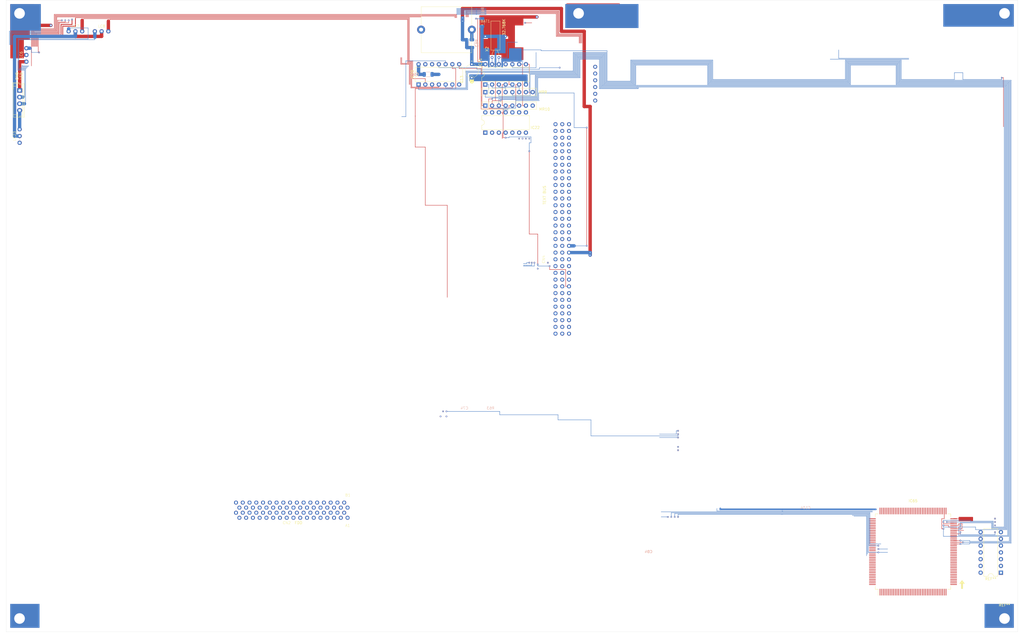
<source format=kicad_pcb>
(kicad_pcb (version 20221018) (generator pcbnew)
  (layers (0 "F.Cu" jumper) (31 "B.Cu" signal) (34 "B.Paste" user) (35 "F.Paste" user) (36 "B.SilkS" user "B.Silkscreen") (37 "F.SilkS" user "F.Silkscreen") (38 "B.Mask" user) (39 "F.Mask" user) (44 "Edge.Cuts" user))
  (net 0 "")
  (net 1 "Net-(IC21-C2)")
  (net 2 "Net-(IC21-C1)")
  (net 3 "Net-(IC21-C0)")
  (net 4 "Net-(IC21-STB)")
  (net 5 "MSWCS")
  (net 6 "Net-(IC21-DIN)")
  (net 7 "GND")
  (net 8 "Net-(IC21-CLK)")
  (net 9 "CDI")
  (net 10 "Net-(IC21-TP)")
  (net 11 "BACKUP")
  (net 12 "Net-(IC21-~{XTAL})")
  (net 13 "Net-(IC21-XTAL)")
  (net 14 "C2")
  (net 15 "C1")
  (net 16 "C0")
  (net 17 "CCLK")
  (net 18 "Net-(MR10-R4.1)")
  (net 19 "CSTB")
  (net 20 "CDO")
  (net 21 "+5V")
  (net 22 "Net-(BAT1-+)")
  (net 25 "Net-(CN5-Pin_1)")
  (net 26 "Net-(CN5-Pin_2)")
  (net 27 "Net-(CN5-Pin_3)")
  (net 28 "Net-(CN5-Pin_4)")
  (net 29 "Net-(IC65-_LEDVc)")
  (net 30 "Net-(IC20-Pad2)")
  (net 31 "Net-(IC65-_LEDVb)")
  (net 32 "Net-(IC20-Pad4)")
  (net 33 "Net-(IC65-_LEDVa)")
  (net 34 "Net-(IC20-Pad6)")
  (net 37 "FDD_STEP")
  (net 38 "Net-(IC65-_STP)")
  (net 80 "XARESET?")
  (net 81 "Net-(IC65-XARESET?)")
  (footprint "Package_DIP:DIP-14_W7.62mm" (layer "F.Cu") (at 386.35 231.765 180)
    (fp_text reference "REF**")
    (fp_text value "DIP-14_W7.62mm")
  )
  (footprint "88va_Library:DIP_Hole" (layer "F.Cu") (at 233.95 44.1225)
    (fp_text reference "REF**" hide)
    (fp_text value "DIP_Hole" hide)
  )
  (footprint "MountingHole:MountingHole_4mm" (layer "F.Cu") (at 227.7 21.5)
    (fp_text reference "REF**" hide)
    (fp_text value "MountingHole_4mm")
  )
  (footprint "Crystal:Crystal_AT310_D3.0mm_L10.0mm_Horizontal" (layer "F.Cu") (at 197.755 38.09 180)
    (fp_text reference "X2")
    (fp_text value "32.768K")
  )
  (footprint "88va_Library:GB50H" (layer "F.Cu") (at 187.595 27.6125)
    (fp_text reference "BAT1")
    (fp_text value "Battery_Cell")
  )
  (footprint "Package_DIP:DIP-14_W7.62mm" (layer "F.Cu") (at 167.5925 48.25 90)
    (fp_text reference "IC20")
    (fp_text value "7407")
  )
  (footprint "88va_Library:DIP_Hole" (layer "F.Cu") (at 233.95 46.6625)
    (fp_text reference "REF**" hide)
    (fp_text value "DIP_Hole" hide)
  )
  (footprint "Package_DIP:DIP-14_W7.62mm" (layer "F.Cu") (at 192.675 66.3475 90)
    (fp_text reference "IC22")
    (fp_text value "DIP-14_W7.62mm")
  )
  (footprint "88va_Library:DIP_Hole" (layer "F.Cu") (at 233.95 51.7425)
    (fp_text reference "REF**" hide)
    (fp_text value "DIP_Hole" hide)
  )
  (footprint "MountingHole:MountingHole_4mm" (layer "F.Cu") (at 17.7 21.51)
    (fp_text reference "REF**" hide)
    (fp_text value "MountingHole_4mm")
  )
  (footprint "Connector_JST:JST_EH_B4B-EH-A_1x04_P2.50mm_Vertical" (layer "F.Cu") (at 17.7325 50.4725 -90)
    (fp_text reference "CN5")
    (fp_text value "LED")
  )
  (footprint "88va_Library:Filter" (layer "F.Cu") (at 36.1475 28.2475)
    (fp_text reference "LC7")
    (fp_text value "Filter_EMI_LCL")
  )
  (footprint "88va_Library:QFP-160_28x28_Pitch0.635mm" (layer "F.Cu") (at 353.33 223.8275 90)
    (fp_text reference "IC65")
    (fp_text value "D65101GD110")
  )
  (footprint "88va_Library:CP_Radial_D4.0mm_P5.08mm" (layer "F.Cu") (at 187.595 40.609901 -90)
    (fp_text reference "C13")
    (fp_text value "C_Polarized_Small" hide)
  )
  (footprint "88va_Library:Filter" (layer "F.Cu") (at 20.2725 39.6775 90)
    (fp_text reference "LC6")
    (fp_text value "Filter_EMI_LCL")
  )
  (footprint "88va_Library:FCI_PI96B30RD-6TR2" (layer "F.Cu") (at 219.0275 63.1725)
    (fp_text reference "CN4")
    (fp_text value "TEXT BUS")
  )
  (footprint "88va_Library:DIP_Hole" (layer "F.Cu") (at 233.95 41.5825)
    (fp_text reference "REF**" hide)
    (fp_text value "DIP_Hole" hide)
  )
  (footprint "MountingHole:MountingHole_4mm" (layer "F.Cu") (at 387.7 249)
    (fp_text reference "REF**")
    (fp_text value "MountingHole_4mm")
  )
  (footprint "88va_Library:DIP_Hole" (layer "F.Cu") (at 233.95 49.2025)
    (fp_text reference "REF**" hide)
    (fp_text value "DIP_Hole" hide)
  )
  (footprint "Package_DIP:DIP-14_W7.62mm" (layer "F.Cu") (at 192.675 48.25 90)
    (fp_text reference "IC21")
    (fp_text value "uPD4990AC")
  )
  (footprint "88va_Library:HRS_HIF6-68PA" (layer "F.Cu") (at 140.9225 211.1275 180)
    (fp_text reference "CN2")
    (fp_text value "FDD")
  )
  (footprint "88va_Library:Filter" (layer "F.Cu") (at 45.99 28.2475)
    (fp_text reference "LC8")
    (fp_text value "Filter_EMI_LCL")
  )
  (footprint "88va_Library:DIP_Hole" (layer "F.Cu") (at 233.95 54.2825)
    (fp_text reference "REF**" hide)
    (fp_text value "DIP_Hole" hide)
  )
  (footprint "88va_Library:Filter" (layer "F.Cu") (at 17.7325 70.1575 90)
    (fp_text reference "LC23")
    (fp_text value "Filter_EMI_LCL")
  )
  (footprint "MountingHole:MountingHole_4mm" (layer "F.Cu") (at 17.7 249)
    (fp_text reference "REF**" hide)
    (fp_text value "MountingHole_4mm")
  )
  (footprint "MountingHole:MountingHole_4mm" (layer "F.Cu") (at 387.7 21.5)
    (fp_text reference "REF**" hide)
    (fp_text value "MountingHole_4mm")
  )
  (footprint "Resistor_THT:R_Array_SIP8" (layer "F.Cu") (at 192.675 56.1875)
    (fp_text reference "MR10")
    (fp_text value "33k")
  )
  (footprint "Resistor_THT:R_Array_SIP8" (layer "F.Cu") (at 192.675 51.1075)
    (fp_text reference "MR9")
    (fp_text value "33k")
  )
  (footprint "Capacitor_SMD:C_1206_3216Metric" (layer "B.Cu") (at 171.1975 44.44)
    (fp_text reference "C66")
    (fp_text value "C_Small")
  )
  (footprint "Resistor_SMD:R_1206_3216Metric" (layer "B.Cu") (at 187.595 32.885 -90)
    (fp_text reference "R62")
    (fp_text value "1.8K")
  )
  (footprint "Resistor_SMD:R_1206_3216Metric" (layer "B.Cu") (at 191.405 24.9475 90)
    (fp_text reference "R61")
    (fp_text value "6.2k")
  )
  (gr_rect locked (start 14.2 18) (end 25.7 28) (stroke (width 0.01)) (fill solid) (layer "B.Cu"))
  (gr_rect locked (start 364.7 18) (end 391.2 26.5) (stroke (width 0.01)) (fill solid) (layer "B.Cu"))
  (gr_rect locked (start 380.2 243.5) (end 391.2 252.5) (stroke (width 0.01)) (fill solid) (layer "B.Cu"))
  (gr_rect locked (start 222.7 18) (end 250.2 27) (stroke (width 0.01)) (fill solid) (layer "B.Cu"))
  (gr_rect (start 186.6425 44.44) (end 208.55 46.98) (stroke (width 0.001)) (fill none) (layer "B.Cu"))
  (gr_rect locked (start 14.2 243.5) (end 25.2 252.5) (stroke (width 0.01)) (fill solid) (layer "B.Cu"))
  (gr_rect (start 12.6525 16.5) (end 392.7 253.99) (stroke (width 0.05)) (fill none) (layer "Edge.Cuts"))
  (gr_text "C84\n" (at 255.54 224.4625) (layer "B.SilkS") (effects (font (size 1 1)) (justify left bottom mirror)))
  (gr_text "C74\n" (at 186.325 170.4875) (layer "B.SilkS") (effects (font (size 1 1) (thickness 0.1)) (justify left bottom mirror)))
  (gr_text "R63" (at 196.1675 170.4875) (layer "B.SilkS") (effects (font (size 1 1) (thickness 0.1)) (justify left bottom mirror)))
  (gr_text "C104" (at 314.9125 207.9525) (layer "B.SilkS") (effects (font (size 1 1) (thickness 0.1)) (justify left bottom mirror)))
  (gr_text "A1" (at 139.97 214.62) (layer "F.SilkS") (effects (font (size 1 1) (thickness 0.1)) (justify left bottom)))
  (gr_text "B1" (at 139.97 203.19) (layer "F.SilkS") (effects (font (size 1 1) (thickness 0.1)) (justify left bottom)))
  (segment (start 161.2425 40.3125) (end 161.2425 38.09) (width 0.15) (layer "F.Cu") (net 0))
  (segment (start 31.385 22.5325) (end 31.385 27.93) (width 0.15) (layer "F.Cu") (net 0))
  (segment (start 219.345 30.1525) (end 227.9175 30.1525) (width 0.15) (layer "F.Cu") (net 0))
  (segment (start 32.02 28.565) (end 23.4475 28.565) (width 0.15) (layer "F.Cu") (net 0))
  (segment (start 24.0825 29.2) (end 24.0825 33.9625) (width 0.15) (layer "F.Cu") (net 0))
  (segment (start 185.3725 22.85) (end 185.3725 20.6275) (width 0.15) (layer "F.Cu") (net 0))
  (segment (start 220.2975 29.2) (end 228.87 29.2) (width 0.15) (layer "F.Cu") (net 0))
  (segment (start 219.98 20.945) (end 219.98 29.5175) (width 0.15) (layer "F.Cu") (net 0))
  (segment (start 227.9175 30.1525) (end 227.9175 32.6925) (width 0.15) (layer "F.Cu") (net 0))
  (segment (start 24.4 29.5175) (end 24.4 33.9625) (width 0.15) (layer "F.Cu") (net 0))
  (segment (start 228.235 29.835) (end 228.235 32.6925) (width 0.15) (layer "F.Cu") (net 0))
  (segment (start 31.7025 28.2475) (end 23.13 28.2475) (width 0.15) (layer "F.Cu") (net 0))
  (segment (start 181.5625 22.215) (end 31.0675 22.215) (width 0.15) (layer "F.Cu") (net 0))
  (segment (start 34.8775 24.755) (end 32.3375 24.755) (width 0.15) (layer "F.Cu") (net 0))
  (segment (start 31.385 27.93) (end 22.8125 27.93) (width 0.15) (layer "F.Cu") (net 0))
  (segment (start 219.98 29.5175) (end 228.5525 29.5175) (width 0.15) (layer "F.Cu") (net 0))
  (segment (start 368.58 215.89) (end 372.37 215.89) (width 0.15) (layer "F.Cu") (net 0))
  (segment (start 164.1 40.63) (end 160.925 40.63) (width 0.15) (layer "F.Cu") (net 0))
  (segment (start 33.6075 24.12) (end 32.02 24.12) (width 0.15) (layer "F.Cu") (net 0))
  (segment (start 186.0075 22.85) (end 186.0075 21.2625) (width 0.15) (layer "F.Cu") (net 0))
  (segment (start 185.3725 20.6275) (end 220.2975 20.6275) (width 0.15) (layer "F.Cu") (net 0))
  (segment (start 160.925 40.63) (end 160.925 38.09) (width 0.15) (layer "F.Cu") (net 0))
  (segment (start 186.325 22.85) (end 186.325 21.58) (width 0.15) (layer "F.Cu") (net 0))
  (segment (start 30.75 21.8975) (end 30.75 27.295) (width 0.15) (layer "F.Cu") (net 0))
  (segment (start 32.02 24.12) (end 32.02 28.565) (width 0.15) (layer "F.Cu") (net 0))
  (segment (start 32.655 25.0725) (end 32.655 29.2) (width 0.15) (layer "F.Cu") (net 0))
  (segment (start 32.655 29.2) (end 24.0825 29.2) (width 0.15) (layer "F.Cu") (net 0))
  (segment (start 32.3375 24.755) (end 32.3375 28.8825) (width 0.15) (layer "F.Cu") (net 0))
  (segment (start 33.29 29.2) (end 33.29 25.7075) (width 0.3) (layer "F.Cu") (net 0))
  (segment (start 22.8125 27.93) (end 22.8125 33.9625) (width 0.15) (layer "F.Cu") (net 0))
  (segment (start 33.29 29.5175) (end 24.4 29.5175) (width 0.15) (layer "F.Cu") (net 0))
  (segment (start 23.13 28.2475) (end 23.13 33.9625) (width 0.15) (layer "F.Cu") (net 0))
  (segment (start 186.0075 21.2625) (end 219.6625 21.2625) (width 0.15) (layer "F.Cu") (net 0))
  (segment (start 219.345 21.58) (end 219.345 30.1525) (width 0.15) (layer "F.Cu") (net 0))
  (segment (start 30.75 27.295) (end 22.1775 27.295) (width 0.15) (layer "F.Cu") (net 0))
  (segment (start 199.025 66.3475) (end 199.025 67.3) (width 0.15) (layer "F.Cu") (net 0))
  (segment (start 31.7025 22.85) (end 31.7025 28.2475) (width 0.15) (layer "F.Cu") (net 0))
  (segment (start 37.4175 25.7075) (end 37.4175 23.8025) (width 0.3) (layer "F.Cu") (net 0))
  (segment (start 228.87 29.2) (end 228.87 32.6925) (width 0.15) (layer "F.Cu") (net 0))
  (segment (start 181.88 23.1675) (end 181.88 21.8975) (width 0.15) (layer "F.Cu") (net 0))
  (segment (start 181.88 21.8975) (end 30.75 21.8975) (width 0.15) (layer "F.Cu") (net 0))
  (segment (start 36.1475 25.0725) (end 32.655 25.0725) (width 0.15) (layer "F.Cu") (net 0))
  (segment (start 186.325 21.58) (end 219.345 21.58) (width 0.15) (layer "F.Cu") (net 0))
  (segment (start 34.8775 24.12) (end 34.8775 24.755) (width 0.15) (layer "F.Cu") (net 0))
  (segment (start 23.4475 28.565) (end 23.4475 33.9625) (width 0.15) (layer "F.Cu") (net 0))
  (segment (start 185.69 20.945) (end 219.98 20.945) (width 0.15) (layer "F.Cu") (net 0))
  (segment (start 219.6625 29.835) (end 228.235 29.835) (width 0.15) (layer "F.Cu") (net 0))
  (segment (start 22.1775 27.295) (end 22.1775 41.265) (width 0.15) (layer "F.Cu") (net 0))
  (segment (start 168.545 22.85) (end 31.7025 22.85) (width 0.15) (layer "F.Cu") (net 0))
  (segment (start 33.29 25.7075) (end 37.4175 25.7075) (width 0.3) (layer "F.Cu") (net 0))
  (segment (start 22.495 27.6125) (end 22.495 33.9625) (width 0.15) (layer "F.Cu") (net 0))
  (segment (start 220.2975 20.6275) (end 220.2975 29.2) (width 0.15) (layer "F.Cu") (net 0))
  (segment (start 31.0675 27.6125) (end 22.495 27.6125) (width 0.15) (layer "F.Cu") (net 0))
  (segment (start 210.1375 25.0725) (end 207.5975 25.0725) (width 0.15) (layer "F.Cu") (net 0))
  (segment (start 199.025 58.7275) (end 199.025 59.3625) (width 0.15) (layer "F.Cu") (net 0))
  (segment (start 164.4175 40.3125) (end 161.2425 40.3125) (width 0.15) (layer "F.Cu") (net 0))
  (segment (start 31.0675 22.215) (end 31.0675 27.6125) (width 0.15) (layer "F.Cu") (net 0))
  (segment (start 181.245 23.1675) (end 181.245 22.5325) (width 0.15) (layer "F.Cu") (net 0))
  (segment (start 181.5625 23.1675) (end 181.5625 22.215) (width 0.15) (layer "F.Cu") (net 0))
  (segment (start 198.7075 58.7275) (end 199.025 58.7275) (width 0.15) (layer "F.Cu") (net 0))
  (segment (start 33.29 29.5175) (end 33.29 29.2) (width 0.15) (layer "F.Cu") (net 0))
  (segment (start 199.025 67.3) (end 199.025 68.57) (width 0.15) (layer "F.Cu") (net 0))
  (segment (start 181.245 22.5325) (end 31.385 22.5325) (width 0.15) (layer "F.Cu") (net 0))
  (segment (start 164.1 48.25) (end 164.1 40.63) (width 0.15) (layer "F.Cu") (net 0))
  (segment (start 185.69 22.85) (end 185.69 20.945) (width 0.15) (layer "F.Cu") (net 0))
  (segment (start 219.6625 21.2625) (end 219.6625 29.835) (width 0.15) (layer "F.Cu") (net 0))
  (segment (start 32.3375 28.8825) (end 23.765 28.8825) (width 0.15) (layer "F.Cu") (net 0))
  (segment (start 23.765 28.8825) (end 23.765 33.9625) (width 0.15) (layer "F.Cu") (net 0))
  (segment (start 164.4175 48.25) (end 164.4175 40.3125) (width 0.15) (layer "F.Cu") (net 0))
  (segment (start 228.5525 29.5175) (end 228.5525 32.6925) (width 0.15) (layer "F.Cu") (net 0))
  (segment (start 36.1475 24.4375) (end 36.1475 25.0725) (width 0.15) (layer "F.Cu") (net 0))
  (via (at 212.36 117.465) (size 0.6) (drill 0.3) (layers "F.Cu" "B.Cu") (net 0))
  (via (at 216.17 115.2425) (size 0.6) (drill 0.3) (layers "F.Cu" "B.Cu") (net 0))
  (via (at 209.185 115.2425) (size 0.6) (drill 0.3) (layers "F.Cu" "B.Cu") (net 0))
  (via (at 265.065 210.81) (size 0.6) (drill 0.3) (layers "F.Cu" "B.Cu") (net 0))
  (via (at 384.1275 212.715) (size 0.6) (drill 0.3) (layers "F.Cu" "B.Cu") (net 0))
  (via (at 176.8 171.1225) (size 0.6) (drill 0.3) (layers "F.Cu" "B.Cu") (net 0))
  (via (at 384.1275 211.445) (size 0.6) (drill 0.3) (layers "F.Cu" "B.Cu") (net 0))
  (via (at 206.645 68.57) (size 0.6) (drill 0.3) (layers "F.Cu" "B.Cu") (net 0))
  (via (at 261.255 210.81) (size 0.6) (drill 0.3) (layers "F.Cu" "B.Cu") (net 0))
  (via (at 210.1375 115.2425) (size 0.6) (drill 0.3) (layers "F.Cu" "B.Cu") (net 0))
  (via (at 265.065 184.4575) (size 0.6) (drill 0.3) (layers "F.Cu" "B.Cu") (net 0))
  (via (at 207.5975 25.0725) (size 0.6) (drill 0.3) (layers "F.Cu" "B.Cu") (net 0))
  (via (at 265.065 180.965) (size 0.6) (drill 0.3) (layers "F.Cu" "B.Cu") (net 0))
  (via (at 178.07 173.0275) (size 0.6) (drill 0.3) (layers "F.Cu" "B.Cu") (net 0))
  (via (at 384.1275 213.985) (size 0.6) (drill 0.3) (layers "F.Cu" "B.Cu") (net 0))
  (via (at 262.525 210.81) (size 0.6) (drill 0.3) (layers "F.Cu" "B.Cu") (net 0))
  (via (at 207.915 68.57) (size 0.6) (drill 0.3) (layers "F.Cu" "B.Cu") (net 0))
  (via (at 36.1475 24.12) (size 0.6) (drill 0.3) (layers "F.Cu" "B.Cu") (net 0))
  (via (at 340.3125 222.875) (size 0.6) (drill 0.3) (layers "F.Cu" "B.Cu") (net 0))
  (via (at 209.185 68.57) (size 0.6) (drill 0.3) (layers "F.Cu" "B.Cu") (net 0))
  (via (at 265.065 185.7275) (size 0.6) (drill 0.3) (layers "F.Cu" "B.Cu") (net 0))
  (via (at 37.4175 23.8025) (size 0.6) (drill 0.3) (layers "F.Cu" "B.Cu") (net 0))
  (via (at 265.065 178.425) (size 0.6) (drill 0.3) (layers "F.Cu" "B.Cu") (net 0))
  (via (at 340.3125 224.145) (size 0.6) (drill 0.3) (layers "F.Cu" "B.Cu") (net 0))
  (via (at 211.09 115.2425) (size 0.6) (drill 0.3) (layers "F.Cu" "B.Cu") (net 0))
  (via (at 33.6075 24.12) (size 0.6) (drill 0.3) (layers "F.Cu" "B.Cu") (net 0))
  (via (at 205.375 68.57) (size 0.6) (drill 0.3) (layers "F.Cu" "B.Cu") (net 0))
  (via (at 34.8775 24.12) (size 0.6) (drill 0.3) (layers "F.Cu" "B.Cu") (net 0))
  (via (at 175.8475 173.0275) (size 0.6) (drill 0.3) (layers "F.Cu" "B.Cu") (net 0))
  (segment (start 20.59 41.9) (end 18.05 41.9) (width 0.15) (layer "B.Cu") (net 0))
  (segment (start 337.1375 220.97) (end 341.265 220.97) (width 0.15) (layer "B.Cu") (net 0))
  (segment (start 189.5 20.945) (end 185.69 20.945) (width 0.15) (layer "B.Cu") (net 0))
  (segment (start 204.105 54.2825) (end 212.995 54.2825) (width 0.15) (layer "B.Cu") (net 0))
  (segment (start 18.3675 41.5825) (end 20.9075 41.5825) (width 0.15) (layer "B.Cu") (net 0))
  (segment (start 211.09 116.5125) (end 211.09 115.2425) (width 0.15) (layer "B.Cu") (net 0))
  (segment (start 185.69 19.675) (end 181.88 19.675) (width 0.15) (layer "B.Cu") (net 0))
  (segment (start 185.69 21.2625) (end 181.88 21.2625) (width 0.15) (layer "B.Cu") (net 0))
  (segment (start 189.5 21.8975) (end 185.69 21.8975) (width 0.15) (layer "B.Cu") (net 0))
  (segment (start 192.9925 20.31) (end 189.1825 20.31) (width 0.15) (layer "B.Cu") (net 0))
  (segment (start 304.1175 208.5875) (end 304.435 208.5875) (width 0.15) (layer "B.Cu") (net 0))
  (segment (start 279.67 207.635) (end 279.67 208.5875) (width 0.15) (layer "B.Cu") (net 0))
  (segment (start 336.185 210.175) (end 330.47 210.175) (width 0.15) (layer "B.Cu") (net 0))
  (segment (start 325.39 38.4075) (end 325.39 35.2325) (width 0.15) (layer "B.Cu") (net 0))
  (segment (start 208.2325 116.195) (end 210.1375 116.195) (width 0.15) (layer "B.Cu") (net 0))
  (segment (start 258.715 210.81) (end 261.255 210.81) (width 0.15) (layer "B.Cu") (net 0))
  (segment (start 185.69 20.945) (end 181.88 20.945) (width 0.15) (layer "B.Cu") (net 0))
  (segment (start 264.43 178.425) (end 264.43 179.695) (width 0.15) (layer "B.Cu") (net 0))
  (segment (start 192.9925 19.9925) (end 189.1825 19.9925) (width 0.15) (layer "B.Cu") (net 0))
  (segment (start 192.9925 21.8975) (end 189.1825 21.8975) (width 0.15) (layer "B.Cu") (net 0))
  (segment (start 335.8675 210.4925) (end 331.105 210.4925) (width 0.15) (layer "B.Cu") (net 0))
  (segment (start 189.5 21.58) (end 185.69 21.58) (width 0.15) (layer "B.Cu") (net 0))
  (segment (start 189.5 21.2625) (end 185.69 21.2625) (width 0.15) (layer "B.Cu") (net 0))
  (segment (start 210.1375 116.195) (end 210.1375 115.2425) (width 0.15) (layer "B.Cu") (net 0))
  (segment (start 21.225 41.265) (end 18.685 41.265) (width 0.15) (layer "B.Cu") (net 0))
  (segment (start 189.5 19.675) (end 185.69 19.675) (width 0.15) (layer "B.Cu") (net 0))
  (segment (start 265.065 209.8575) (end 303.8 209.8575) (width 0.15) (layer "B.Cu") (net 0))
  (segment (start 192.9925 21.58) (end 189.1825 21.58) (width 0.15) (layer "B.Cu") (net 0))
  (segment (start 280.94 207.635) (end 280.94 207.9525) (width 0.635) (layer "B.Cu") (net 0))
  (segment (start 189.5 20.6275) (end 185.69 20.6275) (width 0.15) (layer "B.Cu") (net 0))
  (segment (start 262.525 209.2225) (end 337.1375 209.2225) (width 0.15) (layer "B.Cu") (net 0))
  (segment (start 208.2325 115.56) (end 206.9625 115.56) (width 0.15) (layer "B.Cu") (net 0))
  (segment (start 189.5 19.9925) (end 185.69 19.9925) (width 0.15) (layer "B.Cu") (net 0))
  (segment (start 265.065 180.965) (end 258.08 180.965) (width 0.15) (layer "B.Cu") (net 0))
  (segment (start 208.2325 115.2425) (end 209.185 115.2425) (width 0.15) (layer "B.Cu") (net 0))
  (segment (start 343.805 224.145) (end 336.5025 224.145) (width 0.15) (layer "B.Cu") (net 0))
  (segment (start 192.9925 20.945) (end 189.1825 20.945) (width 0.15) (layer "B.Cu") (net 0))
  (segment (start 208.2325 116.5125) (end 206.9625 116.5125) (width 0.15) (layer "B.Cu") (net 0))
  (segment (start 208.2325 116.195) (end 207.28 116.195) (width 0.15) (layer "B.Cu") (net 0))
  (segment (start 304.1175 208.5875) (end 338.09 208.5875) (width 0.15) (layer "B.Cu") (net 0))
  (segment (start 18.685 41.265) (end 18.685 40.9475) (width 0.15) (layer "B.Cu") (net 0))
  (segment (start 211.09 116.5125) (end 208.2325 116.5125) (width 0.15) (layer "B.Cu") (net 0))
  (segment (start 201.2475 57.775) (end 199.3425 57.775) (width 0.15) (layer "B.Cu") (net 0))
  (segment (start 204.105 57.14) (end 204.105 54.2825) (width 0.15) (layer "B.Cu") (net 0))
  (segment (start 337.1375 209.2225) (end 337.1375 220.97) (width 0.15) (layer "B.Cu") (net 0))
  (segment (start 336.5025 209.8575) (end 303.8 209.8575) (width 0.15) (layer "B.Cu") (net 0))
  (segment (start 185.69 20.6275) (end 181.88 20.6275) (width 0.15) (layer "B.Cu") (net 0))
  (segment (start 204.105 57.14) (end 195.215 57.14) (width 0.15) (layer "B.Cu") (net 0))
  (segment (start 14.24 28.565) (end 14.24 33.3275) (width 0.15) (layer "B.Cu") (net 0))
  (segment (start 207.28 116.195) (end 206.9625 116.195) (width 0.15) (layer "B.Cu") (net 0))
  (segment (start 25.67 28.2475) (end 13.9225 28.2475) (width 0.15) (layer "B.Cu") (net 0))
  (segment (start 262.525 210.81) (end 262.525 209.2225) (width 0.15) (layer "B.Cu") (net 0))
  (segment (start 185.69 19.9925) (end 181.88 19.9925) (width 0.15) (layer "B.Cu") (net 0))
  (segment (start 192.9925 19.675) (end 189.1825 19.675) (width 0.15) (layer "B.Cu") (net 0))
  (segment (start 265.065 210.81) (end 265.065 209.8575) (width 0.15) (layer "B.Cu") (net 0))
  (segment (start 264.43 179.695) (end 258.08 179.695) (width 0.15) (layer "B.Cu") (net 0))
  (segment (start 264.43 178.425) (end 265.065 178.425) (width 0.15) (layer "B.Cu") (net 0))
  (segment (start 279.67 208.5875) (end 304.1175 208.5875) (width 0.15) (layer "B.Cu") (net 0))
  (segment (start 185.69 21.8975) (end 181.88 21.8975) (width 0.15) (layer "B.Cu") (net 0))
  (segment (start 14.875 29.2) (end 14.875 33.3275) (width 0.15) (layer "B.Cu") (net 0))
  (segment (start 192.9925 21.2625) (end 189.1825 21.2625) (width 0.15) (layer "B.Cu") (net 0))
  (segment (start 25.67 29.2) (end 14.875 29.2) (width 0.15) (layer "B.Cu") (net 0))
  (segment (start 351.7425 38.4075) (end 325.39 38.4075) (width 0.15) (layer "B.Cu") (net 0))
  (segment (start 304.435 208.905) (end 258.715 208.905) (width 0.15) (layer "B.Cu") (net 0))
  (segment (start 192.9925 20.6275) (end 189.1825 20.6275) (width 0.15) (layer "B.Cu") (net 0))
  (segment (start 303.8 209.8575) (end 304.435 209.8575) (width 0.15) (layer "B.Cu") (net 0))
  (segment (start 14.5575 28.8825) (end 14.5575 33.3275) (width 0.15) (layer "B.Cu") (net 0))
  (segment (start 185.69 20.31) (end 181.88 20.31) (width 0.15) (layer "B.Cu") (net 0))
  (segment (start 343.805 222.875) (end 340.3125 222.875) (width 0.15) (layer "B.Cu") (net 0))
  (segment (start 25.67 28.8825) (end 14.5575 28.8825) (width 0.15) (layer "B.Cu") (net 0))
  (segment (start 20.2725 42.2175) (end 17.7325 42.2175) (width 0.15) (layer "B.Cu") (net 0))
  (segment (start 13.9225 28.2475) (end 13.9225 33.3275) (width 0.15) (layer "B.Cu") (net 0))
  (segment (start 336.5025 224.145) (end 336.5025 209.8575) (width 0.15) (layer "B.Cu") (net 0))
  (segment (start 201.2475 57.4575) (end 199.3425 57.4575) (width 0.15) (layer "B.Cu") (net 0))
  (segment (start 189.5 20.31) (end 185.69 20.31) (width 0.15) (layer "B.Cu") (net 0))
  (segment (start 351.7425 38.725) (end 322.215 38.725) (width 0.15) (layer "B.Cu") (net 0))
  (segment (start 336.185 224.78) (end 336.185 210.175) (width 0.15) (layer "B.Cu") (net 0))
  (segment (start 335.8675 225.415) (end 335.8675 210.4925) (width 0.15) (layer "B.Cu") (net 0))
  (segment (start 185.69 21.58) (end 181.88 21.58) (width 0.15) (layer "B.Cu") (net 0))
  (segment (start 25.67 28.565) (end 14.24 28.565) (width 0.15) (layer "B.Cu") (net 0))
  (segment (start 338.09 208.905) (end 304.435 208.905) (width 0.15) (layer "B.Cu") (net 0))
  (segment (start 208.2325 115.2425) (end 208.2325 115.56) (width 0.15) (layer "B.Cu") (net 0))
  (segment (start 280.94 207.9525) (end 339.36 207.9525) (width 0.635) (layer "B.Cu") (net 0))
  (segment (start 192.675 48.25) (end 193.945 48.25) (width 0.15) (layer "B.Cu") (net 1))
  (segment (start 193.945 48.25) (end 193.945 51.425) (width 0.15) (layer "B.Cu") (net 1))
  (segment (start 193.945 51.425) (end 195.215 51.425) (width 0.15) (layer "B.Cu") (net 1))
  (segment (start 195.215 48.25) (end 195.215 49.52) (width 0.15) (layer "B.Cu") (net 2))
  (segment (start 195.215 49.52) (end 200.295 49.52) (width 0.15) (layer "B.Cu") (net 2))
  (segment (start 200.295 49.52) (end 200.295 51.425) (width 0.15) (layer "B.Cu") (net 2))
  (segment (start 197.755 48.25) (end 197.755 49.2025) (width 0.15) (layer "B.Cu") (net 3))
  (segment (start 205.375 49.2025) (end 205.375 51.425) (width 0.15) (layer "B.Cu") (net 3))
  (segment (start 197.755 49.2025) (end 205.375 49.2025) (width 0.15) (layer "B.Cu") (net 3))
  (segment (start 199.025 56.1875) (end 200.295 56.1875) (width 0.15) (layer "F.Cu") (net 4))
  (segment (start 200.295 48.25) (end 199.025 48.25) (width 0.15) (layer "F.Cu") (net 4))
  (segment (start 199.025 48.25) (end 199.025 56.1875) (width 0.15) (layer "F.Cu") (net 4))
  (segment (start 230.775 108.8925) (end 230.775 64.4425) (width 0.15) (layer "F.Cu") (net 5))
  (segment (start 196.485 54.2825) (end 195.215 54.2825) (width 0.15) (layer "F.Cu") (net 5))
  (segment (start 195.215 54.2825) (end 195.215 56.505) (width 0.15) (layer "F.Cu") (net 5))
  (segment (start 196.485 54.2825) (end 196.485 46.6625) (width 0.15) (layer "F.Cu") (net 5))
  (segment (start 201.565 48.25) (end 202.835 48.25) (width 0.15) (layer "F.Cu") (net 5))
  (segment (start 201.565 46.6625) (end 201.565 48.25) (width 0.15) (layer "F.Cu") (net 5))
  (segment (start 196.485 46.6625) (end 201.565 46.6625) (width 0.15) (layer "F.Cu") (net 5))
  (segment (start 198.39 54.2825) (end 196.485 54.2825) (width 0.15) (layer "F.Cu") (net 5))
  (via (at 198.39 54.2825) (size 0.6) (drill 0.3) (layers "F.Cu" "B.Cu") (net 5))
  (via (at 230.775 64.4425) (size 0.6) (drill 0.3) (layers "F.Cu" "B.Cu") (net 5))
  (via (at 230.775 108.8925) (size 0.6) (drill 0.3) (layers "F.Cu" "B.Cu") (net 5))
  (segment (start 198.39 53.965) (end 212.6775 53.965) (width 0.15) (layer "B.Cu") (net 5))
  (segment (start 198.39 54.9175) (end 198.39 54.2825) (width 0) (layer "B.Cu") (net 5))
  (segment (start 226.0125 51.425) (end 226.0125 64.4425) (width 0.15) (layer "B.Cu") (net 5))
  (segment (start 212.6775 51.425) (end 226.0125 51.425) (width 0.15) (layer "B.Cu") (net 5))
  (segment (start 198.39 54.2825) (end 198.39 53.965) (width 0.15) (layer "B.Cu") (net 5))
  (segment (start 226.0125 64.4425) (end 230.775 64.4425) (width 0.15) (layer "B.Cu") (net 5))
  (segment (start 212.6775 53.965) (end 212.6775 51.425) (width 0.15) (layer "B.Cu") (net 5))
  (segment (start 226.0125 108.8925) (end 230.775 108.8925) (width 0.15) (layer "B.Cu") (net 5))
  (segment (start 224.1075 108.8925) (end 226.0125 108.8925) (width 1.27) (layer "B.Cu") (net 5))
  (segment (start 204.105 48.25) (end 205.375 48.25) (width 0.15) (layer "F.Cu") (net 6))
  (segment (start 204.105 56.1875) (end 204.105 48.25) (width 0.15) (layer "F.Cu") (net 6))
  (segment (start 205.375 56.1875) (end 204.105 56.1875) (width 0.15) (layer "F.Cu") (net 6))
  (segment (start 22.1775 26.025) (end 29.48 26.025) (width 1.27) (layer "F.Cu") (net 7))
  (segment (start 368.58 211.435) (end 370.7825 211.435) (width 0.15) (layer "F.Cu") (net 7))
  (segment (start 38.6875 30.1525) (end 48.53 30.1525) (width 1.27) (layer "F.Cu") (net 7))
  (segment (start 368.58 212.07) (end 370.7825 212.07) (width 0.15) (layer "F.Cu") (net 7))
  (segment (start 38.6875 28.2475) (end 38.6875 30.1525) (width 1.27) (layer "F.Cu") (net 7))
  (segment (start 212.0425 22.85) (end 206.9625 22.85) (width 1.27) (layer "F.Cu") (net 7))
  (segment (start 48.53 30.1525) (end 48.53 28.2475) (width 1.27) (layer "F.Cu") (net 7))
  (segment (start 20.2725 37.1375) (end 18.685 37.1375) (width 1.27) (layer "F.Cu") (net 7))
  (via (at 192.675 30.1525) (size 1) (drill 0.5) (layers "F.Cu" "B.Cu") (net 7))
  (via (at 200.295 30.1525) (size 1) (drill 0.5) (layers "F.Cu" "B.Cu") (net 7))
  (via (at 212.0425 22.85) (size 1) (drill 0.5) (layers "F.Cu" "B.Cu") (net 7))
  (via (at 29.48 26.025) (size 1) (drill 0.5) (layers "F.Cu" "B.Cu") (net 7))
  (segment (start 15.8275 67.6175) (end 17.7325 67.6175) (width 1.27) (layer "B.Cu") (net 7))
  (segment (start 199.025 41.5825) (end 199.025 38.725) (width 0.635) (layer "B.Cu") (net 7))
  (segment (start 38.6875 28.2475) (end 38.6875 30.1525) (width 1.27) (layer "B.Cu") (net 7))
  (segment (start 196.485 41.5825) (end 199.025 41.5825) (width 0.15) (layer "B.Cu") (net 7))
  (segment (start 207.915 48.25) (end 207.915 45.71) (width 1.27) (layer "B.Cu") (net 7))
  (segment (start 15.8275 30.1525) (end 15.8275 67.6175) (width 1.27) (layer "B.Cu") (net 7))
  (segment (start 196.485 41.5825) (end 196.485 36.5025) (width 0.635) (layer "B.Cu") (net 7))
  (segment (start 38.6875 30.1525) (end 15.8275 30.1525) (width 1.27) (layer "B.Cu") (net 7))
  (segment (start 191.405 30.1525) (end 191.405 38.725) (width 1.27) (layer "B.Cu") (net 7))
  (segment (start 172.6725 44.44) (end 175.2125 44.44) (width 1.27) (layer "B.Cu") (net 7))
  (segment (start 191.405 26.9775) (end 191.405 30.1525) (width 1.27) (layer "B.Cu") (net 7))
  (segment (start 191.405 30.1525) (end 198.39 30.1525) (width 1.27) (layer "B.Cu") (net 7))
  (segment (start 193.959637 34.915) (end 193.945 41.5825) (width 0.635) (layer "B.Cu") (net 7))
  (segment (start 193.945 41.5825) (end 196.485 41.5825) (width 0.15) (layer "B.Cu") (net 7))
  (segment (start 209.185 51.425) (end 210.455 51.425) (width 0.15) (layer "F.Cu") (net 8))
  (segment (start 209.185 40.63) (end 209.185 51.425) (width 0.15) (layer "F.Cu") (net 8))
  (segment (start 207.915 40.63) (end 209.185 40.63) (width 0.15) (layer "F.Cu") (net 8))
  (segment (start 387.3025 45.71) (end 387.3025 64.125) (width 0.15) (layer "F.Cu") (net 9))
  (segment (start 386.6675 45.71) (end 387.3025 45.71) (width 0.15) (layer "F.Cu") (net 9))
  (segment (start 368.58 217.16) (end 371.11 217.16) (width 0.15) (layer "F.Cu") (net 9))
  (segment (start 206.645 40.63) (end 206.645 56.1875) (width 0.15) (layer "F.Cu") (net 9))
  (segment (start 205.375 40.63) (end 206.645 40.63) (width 0.15) (layer "F.Cu") (net 9))
  (segment (start 371.11 217.16) (end 371.11 216.525) (width 0.15) (layer "F.Cu") (net 9))
  (segment (start 206.645 56.1875) (end 207.915 56.1875) (width 0.15) (layer "F.Cu") (net 9))
  (via (at 386.6675 45.71) (size 0.6) (drill 0.3) (layers "F.Cu" "B.Cu") (net 9))
  (via (at 371.11 216.525) (size 0.6) (drill 0.3) (layers "F.Cu" "B.Cu") (net 9))
  (via (at 384.1275 216.525) (size 0.6) (drill 0.3) (layers "F.Cu" "B.Cu") (net 9))
  (segment (start 206.645 35.2325) (end 206.645 40.63) (width 0.15) (layer "B.Cu") (net 9))
  (segment (start 247.285 39.0425) (end 247.285 46.98) (width 0.15) (layer "B.Cu") (net 9))
  (segment (start 368.8875 46.345) (end 348.885 46.345) (width 0.15) (layer "B.Cu") (net 9))
  (segment (start 348.885 46.345) (end 348.885 39.0425) (width 0.15) (layer "B.Cu") (net 9))
  (segment (start 238.395 46.98) (end 238.395 35.55) (width 0.15) (layer "B.Cu") (net 9))
  (segment (start 386.6675 45.71) (end 386.6675 46.345) (width 0.15) (layer "B.Cu") (net 9))
  (segment (start 213.63 35.55) (end 213.63 35.2325) (width 0.15) (layer "B.Cu") (net 9))
  (segment (start 384.1275 217.4775) (end 384.1275 216.525) (width 0.15) (layer "B.Cu") (net 9))
  (segment (start 368.8875 43.805) (end 368.8875 46.345) (width 0.15) (layer "B.Cu") (net 9))
  (segment (start 372.0625 46.345) (end 372.0625 43.805) (width 0.15) (layer "B.Cu") (net 9))
  (segment (start 213.63 35.2325) (end 206.645 35.2325) (width 0.15) (layer "B.Cu") (net 9))
  (segment (start 238.395 35.55) (end 213.63 35.55) (width 0.15) (layer "B.Cu") (net 9))
  (segment (start 372.0625 43.805) (end 368.8875 43.805) (width 0.15) (layer "B.Cu") (net 9))
  (segment (start 348.885 39.0425) (end 327.93 39.0425) (width 0.15) (layer "B.Cu") (net 9))
  (segment (start 327.93 39.0425) (end 327.93 46.345) (width 0.15) (layer "B.Cu") (net 9))
  (segment (start 278.0825 39.0425) (end 247.285 39.0425) (width 0.15) (layer "B.Cu") (net 9))
  (segment (start 386.6675 46.345) (end 372.0625 46.345) (width 0.15) (layer "B.Cu") (net 9))
  (segment (start 371.11 216.525) (end 371.11 217.4775) (width 0.15) (layer "B.Cu") (net 9))
  (segment (start 371.11 217.4775) (end 384.1275 217.4775) (width 0.15) (layer "B.Cu") (net 9))
  (segment (start 206.645 40.63) (end 205.375 40.63) (width 0.15) (layer "B.Cu") (net 9))
  (segment (start 247.285 46.98) (end 238.395 46.98) (width 0.15) (layer "B.Cu") (net 9))
  (segment (start 278.0825 46.345) (end 278.0825 39.0425) (width 0.15) (layer "B.Cu") (net 9))
  (segment (start 327.93 46.345) (end 278.0825 46.345) (width 0.15) (layer "B.Cu") (net 9))
  (segment (start 202.835 41.9) (end 211.725 41.9) (width 0.15) (layer "B.Cu") (net 10))
  (segment (start 211.725 41.9) (end 211.725 36.185) (width 0.15) (layer "B.Cu") (net 10))
  (segment (start 202.835 40.63) (end 202.835 41.9) (width 0.15) (layer "B.Cu") (net 10))
  (segment (start 232.045 112.385) (end 232.045 56.505) (width 1.27) (layer "F.Cu") (net 11))
  (segment (start 229.8225 56.505) (end 229.8225 28.2475) (width 1.27) (layer "F.Cu") (net 11))
  (segment (start 221.25 19.675) (end 184.1025 19.675) (width 1.27) (layer "F.Cu") (net 11))
  (segment (start 232.045 56.505) (end 229.8225 56.505) (width 1.27) (layer "F.Cu") (net 11))
  (segment (start 221.25 28.2475) (end 221.25 19.675) (width 1.27) (layer "F.Cu") (net 11))
  (segment (start 229.8225 28.2475) (end 221.25 28.2475) (width 1.27) (layer "F.Cu") (net 11))
  (segment (start 184.1025 19.675) (end 184.1025 24.4375) (width 1.27) (layer "F.Cu") (net 11))
  (via (at 184.1025 23.1675) (size 0.6) (drill 0.3) (layers "F.Cu" "B.Cu") (net 11))
  (via (at 232.045 112.385) (size 0.6) (drill 0.3) (layers "F.Cu" "B.Cu") (net 11))
  (via (at 184.1025 24.4375) (size 0.6) (drill 0.3) (layers "F.Cu" "B.Cu") (net 11))
  (via (at 232.045 111.4325) (size 0.6) (drill 0.3) (layers "F.Cu" "B.Cu") (net 11))
  (segment (start 187.595 34.3475) (end 185.7575 34.3475) (width 1.27) (layer "B.Cu") (net 11))
  (segment (start 184.1025 24.4375) (end 184.1025 23.1675) (width 1.27) (layer "B.Cu") (net 11))
  (segment (start 185.69 34.28) (end 185.69 31.4225) (width 1.27) (layer "B.Cu") (net 11))
  (segment (start 187.615099 40.63) (end 187.595 40.609901) (width 0.15) (layer "B.Cu") (net 11))
  (segment (start 187.595 40.609901) (end 187.595 34.3475) (width 1.27) (layer "B.Cu") (net 11))
  (segment (start 185.7575 34.3475) (end 185.69 34.28) (width 1.27) (layer "B.Cu") (net 11))
  (segment (start 192.675 40.63) (end 187.615099 40.63) (width 1.27) (layer "B.Cu") (net 11))
  (segment (start 232.045 111.4325) (end 232.045 112.385) (width 1.27) (layer "B.Cu") (net 11))
  (segment (start 224.1075 111.4325) (end 232.045 111.4325) (width 1.27) (layer "B.Cu") (net 11))
  (segment (start 184.1025 31.4225) (end 184.1025 24.4375) (width 1.27) (layer "B.Cu") (net 11))
  (segment (start 185.69 31.4225) (end 184.1025 31.4225) (width 1.27) (layer "B.Cu") (net 11))
  (segment (start 197.755 38.09) (end 200.93 38.09) (width 0.15) (layer "B.Cu") (net 12))
  (segment (start 200.93 32.375) (end 204.74 32.375) (width 0.15) (layer "B.Cu") (net 12))
  (segment (start 197.755 40.63) (end 197.755 38.09) (width 0.15) (layer "B.Cu") (net 12))
  (segment (start 200.93 38.09) (end 200.93 32.375) (width 0.15) (layer "B.Cu") (net 12))
  (segment (start 195.215 40.63) (end 195.215 38.09) (width 0.15) (layer "B.Cu") (net 13))
  (segment (start 371.11 214.62) (end 371.11 213.985) (width 0.15) (layer "F.Cu") (net 14))
  (segment (start 368.58 215.255) (end 370.475 215.255) (width 0.15) (layer "F.Cu") (net 14))
  (segment (start 370.475 214.62) (end 371.11 214.62) (width 0.15) (layer "F.Cu") (net 14))
  (segment (start 370.475 215.255) (end 370.475 214.62) (width 0.15) (layer "F.Cu") (net 14))
  (via (at 371.11 213.985) (size 0.6) (drill 0.3) (layers "F.Cu" "B.Cu") (net 14))
  (segment (start 382.8575 213.0325) (end 371.11 213.0325) (width 0.15) (layer "B.Cu") (net 14))
  (segment (start 371.11 213.0325) (end 371.11 213.985) (width 0.15) (layer "B.Cu") (net 14))
  (segment (start 211.725 45.075) (end 227.6 45.075) (width 0.15) (layer "B.Cu") (net 14))
  (segment (start 192.675 51.425) (end 192.675 53.0125) (width 0.15) (layer "B.Cu") (net 14))
  (segment (start 227.6 38.09) (end 236.1725 38.09) (width 0.15) (layer "B.Cu") (net 14))
  (segment (start 249.5075 49.2025) (end 249.5075 48.5675) (width 0.15) (layer "B.Cu") (net 14))
  (segment (start 192.675 53.0125) (end 211.725 53.0125) (width 0.15) (layer "B.Cu") (net 14))
  (segment (start 388.255 48.5675) (end 388.255 215.255) (width 0.15) (layer "B.Cu") (net 14))
  (segment (start 227.6 45.075) (end 227.6 38.09) (width 0.15) (layer "B.Cu") (net 14))
  (segment (start 249.5075 48.5675) (end 388.255 48.5675) (width 0.15) (layer "B.Cu") (net 14))
  (segment (start 382.8575 215.255) (end 382.8575 213.0325) (width 0.15) (layer "B.Cu") (net 14))
  (segment (start 388.255 215.255) (end 382.8575 215.255) (width 0.15) (layer "B.Cu") (net 14))
  (segment (start 236.1725 38.09) (end 236.1725 49.2025) (width 0.15) (layer "B.Cu") (net 14))
  (segment (start 236.1725 49.2025) (end 249.5075 49.2025) (width 0.15) (layer "B.Cu") (net 14))
  (segment (start 211.725 53.0125) (end 211.725 45.075) (width 0.15) (layer "B.Cu") (net 14))
  (segment (start 364.76 213.985) (end 366.665 213.985) (width 0.15) (layer "F.Cu") (net 15))
  (segment (start 366.665 213.985) (end 366.665 214.62) (width 0.15) (layer "F.Cu") (net 15))
  (segment (start 366.665 214.62) (end 368.58 214.62) (width 0.15) (layer "F.Cu") (net 15))
  (via (at 364.76 213.985) (size 0.6) (drill 0.3) (layers "F.Cu" "B.Cu") (net 15))
  (segment (start 276.1775 40.9475) (end 249.19 40.9475) (width 0.15) (layer "B.Cu") (net 15))
  (segment (start 329.835 48.25) (end 276.1775 48.25) (width 0.15) (layer "B.Cu") (net 15))
  (segment (start 249.19 48.885) (end 236.49 48.885) (width 0.15) (layer "B.Cu") (net 15))
  (segment (start 276.1775 48.25) (end 276.1775 40.9475) (width 0.15) (layer "B.Cu") (net 15))
  (segment (start 346.98 40.9475) (end 329.835 40.9475) (width 0.15) (layer "B.Cu") (net 15))
  (segment (start 364.76 213.985) (end 364.76 214.62) (width 0.15) (layer "B.Cu") (net 15))
  (segment (start 346.98 48.25) (end 346.98 40.9475) (width 0.15) (layer "B.Cu") (net 15))
  (segment (start 227.2825 44.7575) (end 211.4075 44.7575) (width 0.15) (layer "B.Cu") (net 15))
  (segment (start 211.4075 44.7575) (end 211.4075 52.695) (width 0.15) (layer "B.Cu") (net 15))
  (segment (start 364.76 214.62) (end 376.825 214.62) (width 0.15) (layer "B.Cu") (net 15))
  (segment (start 197.755 52.695) (end 197.755 51.425) (width 0.15) (layer "B.Cu") (net 15))
  (segment (start 388.5725 48.25) (end 346.98 48.25) (width 0.15) (layer "B.Cu") (net 15))
  (segment (start 236.49 48.885) (end 236.49 37.7725) (width 0.15) (layer "B.Cu") (net 15))
  (segment (start 236.49 37.7725) (end 227.2825 37.7725) (width 0.15) (layer "B.Cu") (net 15))
  (segment (start 329.835 40.9475) (end 329.835 48.25) (width 0.15) (layer "B.Cu") (net 15))
  (segment (start 376.825 215.5725) (end 388.5725 215.5725) (width 0.15) (layer "B.Cu") (net 15))
  (segment (start 211.4075 52.695) (end 197.755 52.695) (width 0.15) (layer "B.Cu") (net 15))
  (segment (start 376.825 214.62) (end 376.825 215.5725) (width 0.15) (layer "B.Cu") (net 15))
  (segment (start 227.2825 37.7725) (end 227.2825 44.7575) (width 0.15) (layer "B.Cu") (net 15))
  (segment (start 249.19 40.9475) (end 249.19 48.885) (width 0.15) (layer "B.Cu") (net 15))
  (segment (start 388.5725 215.5725) (end 388.5725 48.25) (width 0.15) (layer "B.Cu") (net 15))
  (segment (start 371.11 215.255) (end 371.4275 215.255) (width 0.15) (layer "F.Cu") (net 16))
  (segment (start 370.475 213.985) (end 370.475 213.35) (width 0.15) (layer "F.Cu") (net 16))
  (segment (start 371.745 215.255) (end 371.11 215.255) (width 0.15) (layer "F.Cu") (net 16))
  (segment (start 368.58 213.985) (end 370.475 213.985) (width 0.15) (layer "F.Cu") (net 16))
  (segment (start 371.745 213.35) (end 371.745 215.255) (width 0.15) (layer "F.Cu") (net 16))
  (segment (start 370.475 213.35) (end 371.745 213.35) (width 0.15) (layer "F.Cu") (net 16))
  (via (at 371.11 215.255) (size 0.6) (drill 0.3) (layers "F.Cu" "B.Cu") (net 16))
  (segment (start 388.89 47.9325) (end 388.89 217.795) (width 0.15) (layer "B.Cu") (net 16))
  (segment (start 226.965 44.44) (end 226.965 37.455) (width 0.15) (layer "B.Cu") (net 16))
  (segment (start 276.495 47.9325) (end 329.5175 47.9325) (width 0.15) (layer "B.Cu") (net 16))
  (segment (start 226.965 37.455) (end 236.8075 37.455) (width 0.15) (layer "B.Cu") (net 16))
  (segment (start 202.835 52.3775) (end 209.5025 52.3775) (width 0.15) (layer "B.Cu") (net 16))
  (segment (start 248.8725 40.63) (end 276.495 40.63) (width 0.15) (layer "B.Cu") (net 16))
  (segment (start 209.5025 52.3775) (end 209.5025 44.44) (width 0.15) (layer "B.Cu") (net 16))
  (segment (start 236.8075 37.455) (end 236.8075 48.5675) (width 0.15) (layer "B.Cu") (net 16))
  (segment (start 248.8725 48.5675) (end 248.8725 40.63) (width 0.15) (layer "B.Cu") (net 16))
  (segment (start 347.2975 47.9325) (end 388.89 47.9325) (width 0.15) (layer "B.Cu") (net 16))
  (segment (start 347.2975 40.63) (end 347.2975 47.9325) (width 0.15) (layer "B.Cu") (net 16))
  (segment (start 370.475 215.255) (end 371.11 215.255) (width 0.15) (layer "B.Cu") (net 16))
  (segment (start 329.5175 40.63) (end 347.2975 40.63) (width 0.15) (layer "B.Cu") (net 16))
  (segment (start 329.5175 47.9325) (end 329.5175 40.63) (width 0.15) (layer "B.Cu") (net 16))
  (segment (start 209.5025 44.44) (end 226.965 44.44) (width 0.15) (layer "B.Cu") (net 16))
  (segment (start 388.89 217.795) (end 370.475 217.795) (width 0.15) (layer "B.Cu") (net 16))
  (segment (start 202.835 51.425) (end 202.835 52.3775) (width 0.15) (layer "B.Cu") (net 16))
  (segment (start 370.475 217.795) (end 370.475 215.255) (width 0.15) (layer "B.Cu") (net 16))
  (segment (start 236.8075 48.5675) (end 248.8725 48.5675) (width 0.15) (layer "B.Cu") (net 16))
  (segment (start 276.495 40.63) (end 276.495 47.9325) (width 0.15) (layer "B.Cu") (net 16))
  (segment (start 365.0775 211.445) (end 364.125 211.445) (width 0.15) (layer "F.Cu") (net 17))
  (segment (start 364.125 215.255) (end 364.76 215.255) (width 0.15) (layer "F.Cu") (net 17))
  (segment (start 365.0775 208.5775) (end 365.0775 211.445) (width 0.15) (layer "F.Cu") (net 17))
  (segment (start 364.125 211.445) (end 364.125 215.255) (width 0.15) (layer "F.Cu") (net 17))
  (via (at 364.76 215.255) (size 0.6) (drill 0.3) (layers "F.Cu" "B.Cu") (net 17))
  (segment (start 276.8125 40.3125) (end 276.8125 47.615) (width 0.15) (layer "B.Cu") (net 17))
  (segment (start 209.185 44.1225) (end 226.6475 44.1225) (width 0.15) (layer "B.Cu") (net 17))
  (segment (start 347.615 40.3125) (end 347.615 47.615) (width 0.15) (layer "B.Cu") (net 17))
  (segment (start 237.125 37.1375) (end 237.125 48.25) (width 0.15) (layer "B.Cu") (net 17))
  (segment (start 226.6475 44.1225) (end 226.6475 37.1375) (width 0.15) (layer "B.Cu") (net 17))
  (segment (start 248.555 40.3125) (end 276.8125 40.3125) (width 0.15) (layer "B.Cu") (net 17))
  (segment (start 329.2 40.3125) (end 347.615 40.3125) (width 0.15) (layer "B.Cu") (net 17))
  (segment (start 364.76 218.1125) (end 364.76 215.255) (width 0.15) (layer "B.Cu") (net 17))
  (segment (start 207.915 51.1075) (end 209.185 51.1075) (width 0.15) (layer "B.Cu") (net 17))
  (segment (start 389.2075 47.615) (end 389.2075 218.1125) (width 0.15) (layer "B.Cu") (net 17))
  (segment (start 329.2 47.615) (end 329.2 40.3125) (width 0.15) (layer "B.Cu") (net 17))
  (segment (start 226.6475 37.1375) (end 237.125 37.1375) (width 0.15) (layer "B.Cu") (net 17))
  (segment (start 248.555 48.25) (end 248.555 40.3125) (width 0.15) (layer "B.Cu") (net 17))
  (segment (start 276.8125 47.615) (end 329.2 47.615) (width 0.15) (layer "B.Cu") (net 17))
  (segment (start 389.2075 218.1125) (end 364.76 218.1125) (width 0.15) (layer "B.Cu") (net 17))
  (segment (start 209.185 51.1075) (end 209.185 44.1225) (width 0.15) (layer "B.Cu") (net 17))
  (segment (start 347.615 47.615) (end 389.2075 47.615) (width 0.15) (layer "B.Cu") (net 17))
  (segment (start 237.125 48.25) (end 248.555 48.25) (width 0.15) (layer "B.Cu") (net 17))
  (segment (start 191.405 39.6775) (end 191.405 56.1875) (width 0.15) (layer "F.Cu") (net 18))
  (segment (start 189.8175 23.485) (end 189.8175 39.6775) (width 0.15) (layer "F.Cu") (net 18))
  (segment (start 189.1825 23.485) (end 189.8175 23.485) (width 0.15) (layer "F.Cu") (net 18))
  (segment (start 189.8175 39.6775) (end 191.405 39.6775) (width 0.15) (layer "F.Cu") (net 18))
  (segment (start 191.405 56.1875) (end 192.675 56.1875) (width 0.15) (layer "F.Cu") (net 18))
  (via (at 189.1825 23.485) (size 0.6) (drill 0.3) (layers "F.Cu" "B.Cu") (net 18))
  (segment (start 191.405 23.485) (end 189.1825 23.485) (width 0.15) (layer "B.Cu") (net 18))
  (segment (start 364.76 212.715) (end 364.76 213.35) (width 0.15) (layer "F.Cu") (net 19))
  (segment (start 364.76 213.35) (end 368.58 213.35) (width 0.15) (layer "F.Cu") (net 19))
  (via (at 364.76 212.715) (size 0.6) (drill 0.3) (layers "F.Cu" "B.Cu") (net 19))
  (segment (start 364.76 212.715) (end 364.76 212.08) (width 0.15) (layer "B.Cu") (net 19))
  (segment (start 374.92 212.08) (end 374.92 212.3975) (width 0.15) (layer "B.Cu") (net 19))
  (segment (start 228.235 38.725) (end 228.235 45.71) (width 0.15) (layer "B.Cu") (net 19))
  (segment (start 364.76 212.08) (end 374.92 212.08) (width 0.15) (layer "B.Cu") (net 19))
  (segment (start 212.36 53.6475) (end 197.755 53.6475) (width 0.15) (layer "B.Cu") (net 19))
  (segment (start 250.1425 49.2025) (end 250.1425 49.8375) (width 0.15) (layer "B.Cu") (net 19))
  (segment (start 250.1425 49.8375) (end 235.5375 49.8375) (width 0.15) (layer "B.Cu") (net 19))
  (segment (start 387.62 214.62) (end 387.62 49.2025) (width 0.15) (layer "B.Cu") (net 19))
  (segment (start 235.5375 49.8375) (end 235.5375 38.725) (width 0.15) (layer "B.Cu") (net 19))
  (segment (start 387.62 49.2025) (end 250.1425 49.2025) (width 0.15) (layer "B.Cu") (net 19))
  (segment (start 197.755 53.6475) (end 197.755 56.42) (width 0.15) (layer "B.Cu") (net 19))
  (segment (start 383.4925 212.3975) (end 383.4925 214.62) (width 0.15) (layer "B.Cu") (net 19))
  (segment (start 383.4925 214.62) (end 387.62 214.62) (width 0.15) (layer "B.Cu") (net 19))
  (segment (start 374.92 212.3975) (end 383.4925 212.3975) (width 0.15) (layer "B.Cu") (net 19))
  (segment (start 228.235 45.71) (end 212.36 45.71) (width 0.15) (layer "B.Cu") (net 19))
  (segment (start 235.5375 38.725) (end 228.235 38.725) (width 0.15) (layer "B.Cu") (net 19))
  (segment (start 212.36 45.71) (end 212.36 53.6475) (width 0.15) (layer "B.Cu") (net 19))
  (segment (start 201.565 57.14) (end 201.565 56.1875) (width 0.15) (layer "F.Cu") (net 20))
  (segment (start 193.945 57.14) (end 201.565 57.14) (width 0.15) (layer "F.Cu") (net 20))
  (segment (start 368.58 212.715) (end 366.03 212.715) (width 0.15) (layer "F.Cu") (net 20))
  (segment (start 193.945 53.6475) (end 193.945 57.14) (width 0.15) (layer "F.Cu") (net 20))
  (segment (start 195.215 53.6475) (end 193.945 53.6475) (width 0.15) (layer "F.Cu") (net 20))
  (segment (start 201.565 56.1875) (end 202.835 56.1875) (width 0.15) (layer "F.Cu") (net 20))
  (via (at 366.03 212.715) (size 0.6) (drill 0.3) (layers "F.Cu" "B.Cu") (net 20))
  (via (at 195.215 53.6475) (size 0.6) (drill 0.3) (layers "F.Cu" "B.Cu") (net 20))
  (segment (start 383.175 214.9375) (end 383.175 212.715) (width 0.15) (layer "B.Cu") (net 20))
  (segment (start 387.9375 48.885) (end 387.9375 214.9375) (width 0.15) (layer "B.Cu") (net 20))
  (segment (start 212.0425 53.33) (end 212.0425 45.3925) (width 0.15) (layer "B.Cu") (net 20))
  (segment (start 227.9175 45.3925) (end 227.9175 38.4075) (width 0.15) (layer "B.Cu") (net 20))
  (segment (start 387.9375 214.9375) (end 383.175 214.9375) (width 0.15) (layer "B.Cu") (net 20))
  (segment (start 227.9175 38.4075) (end 235.855 38.4075) (width 0.15) (layer "B.Cu") (net 20))
  (segment (start 383.175 212.715) (end 366.03 212.715) (width 0.15) (layer "B.Cu") (net 20))
  (segment (start 249.825 48.885) (end 387.9375 48.885) (width 0.15) (layer "B.Cu") (net 20))
  (segment (start 195.215 53.33) (end 212.0425 53.33) (width 0.15) (layer "B.Cu") (net 20))
  (segment (start 235.855 49.52) (end 249.825 49.52) (width 0.15) (layer "B.Cu") (net 20))
  (segment (start 235.855 38.4075) (end 235.855 49.52) (width 0.15) (layer "B.Cu") (net 20))
  (segment (start 212.0425 45.3925) (end 227.9175 45.3925) (width 0.15) (layer "B.Cu") (net 20))
  (segment (start 249.825 49.52) (end 249.825 48.885) (width 0.15) (layer "B.Cu") (net 20))
  (segment (start 195.215 53.6475) (end 195.215 53.33) (width 0.15) (layer "B.Cu") (net 20))
  (segment (start 169.7225 44.44) (end 167.5925 44.44) (width 1.27) (layer "B.Cu") (net 21))
  (segment (start 167.5925 44.44) (end 167.5925 40.63) (width 1.27) (layer "B.Cu") (net 21))
  (segment (start 187.595 27.6125) (end 187.595 31.4225) (width 1.27) (layer "B.Cu") (net 22))
  (segment (start 17.7325 39.6775) (end 20.2725 39.6775) (width 1.27) (layer "F.Cu") (net 25))
  (segment (start 17.7325 50.4725) (end 17.7325 39.6775) (width 1.27) (layer "F.Cu") (net 25))
  (segment (start 43.45 26.9775) (end 43.45 31.105) (width 0.15) (layer "B.Cu") (net 26))
  (segment (start 19.0025 53.0125) (end 18.9625 52.9725) (width 0.15) (layer "B.Cu") (net 26))
  (segment (start 19.6375 53.0125) (end 19.0025 53.0125) (width 0.15) (layer "B.Cu") (net 26))
  (segment (start 36.465 26.9775) (end 43.45 26.9775) (width 0.15) (layer "B.Cu") (net 26))
  (segment (start 17.0975 42.8525) (end 19.6375 42.8525) (width 0.15) (layer "B.Cu") (net 26))
  (segment (start 36.1475 27.295) (end 36.465 26.9775) (width 0.15) (layer "B.Cu") (net 26))
  (segment (start 36.1475 28.2475) (end 36.1475 27.295) (width 1.27) (layer "B.Cu") (net 26))
  (segment (start 17.0975 31.105) (end 17.0975 42.8525) (width 0.15) (layer "B.Cu") (net 26))
  (segment (start 43.45 31.105) (end 17.0975 31.105) (width 0.15) (layer "B.Cu") (net 26))
  (segment (start 17.7325 52.9725) (end 18.9625 52.9725) (width 1.27) (layer "B.Cu") (net 26))
  (segment (start 19.6375 42.8525) (end 19.6375 53.0125) (width 0.15) (layer "B.Cu") (net 26))
  (segment (start 17.7325 55.4725) (end 19.5575 55.4725) (width 1.27) (layer "B.Cu") (net 27))
  (segment (start 19.955 55.075) (end 19.5575 55.4725) (width 0.15) (layer "B.Cu") (net 27))
  (segment (start 45.99 28.2475) (end 45.99 30.47) (width 1.27) (layer "B.Cu") (net 27))
  (segment (start 17.415 31.4225) (end 17.415 42.535) (width 0.15) (layer "B.Cu") (net 27))
  (segment (start 17.415 42.535) (end 19.955 42.535) (width 0.15) (layer "B.Cu") (net 27))
  (segment (start 45.99 31.105) (end 45.99 31.4225) (width 0.15) (layer "B.Cu") (net 27))
  (segment (start 45.99 31.4225) (end 17.415 31.4225) (width 0.15) (layer "B.Cu") (net 27))
  (segment (start 19.955 42.535) (end 19.955 55.075) (width 0.15) (layer "B.Cu") (net 27))
  (segment (start 17.7325 57.9725) (end 17.7325 65.0775) (width 1.27) (layer "B.Cu") (net 28))
  (segment (start 368.58 219.7) (end 371.11 219.7) (width 0.15) (layer "F.Cu") (net 29))
  (via (at 371.11 219.7) (size 0.6) (drill 0.3) (layers "F.Cu" "B.Cu") (net 29))
  (segment (start 328.8825 39.995) (end 328.8825 47.2975) (width 0.15) (layer "B.Cu") (net 29))
  (segment (start 167.5925 50.155) (end 167.5925 48.25) (width 0.15) (layer "B.Cu") (net 29))
  (segment (start 248.2375 39.995) (end 248.2375 47.9325) (width 0.15) (layer "B.Cu") (net 29))
  (segment (start 237.4425 36.82) (end 226.33 36.82) (width 0.15) (layer "B.Cu") (net 29))
  (segment (start 347.9325 47.2975) (end 347.9325 39.995) (width 0.15) (layer "B.Cu") (net 29))
  (segment (start 389.525 47.2975) (end 347.9325 47.2975) (width 0.15) (layer "B.Cu") (net 29))
  (segment (start 237.4425 47.9325) (end 237.4425 36.82) (width 0.15) (layer "B.Cu") (net 29))
  (segment (start 186.0075 50.155) (end 167.5925 50.155) (width 0.15) (layer "B.Cu") (net 29))
  (segment (start 186.0075 43.805) (end 186.0075 50.155) (width 0.15) (layer "B.Cu") (net 29))
  (segment (start 347.9325 39.995) (end 328.8825 39.995) (width 0.15) (layer "B.Cu") (net 29))
  (segment (start 389.525 220.0175) (end 389.525 47.2975) (width 0.15) (layer "B.Cu") (net 29))
  (segment (start 371.11 219.7) (end 374.6025 219.7) (width 0.15) (layer "B.Cu") (net 29))
  (segment (start 328.8825 47.2975) (end 277.13 47.2975) (width 0.15) (layer "B.Cu") (net 29))
  (segment (start 226.33 36.82) (end 226.33 43.805) (width 0.15) (layer "B.Cu") (net 29))
  (segment (start 374.6025 220.0175) (end 389.525 220.0175) (width 0.15) (layer "B.Cu") (net 29))
  (segment (start 226.33 43.805) (end 186.0075 43.805) (width 0.15) (layer "B.Cu") (net 29))
  (segment (start 374.6025 219.7) (end 374.6025 220.0175) (width 0.15) (layer "B.Cu") (net 29))
  (segment (start 277.13 39.995) (end 248.2375 39.995) (width 0.15) (layer "B.Cu") (net 29))
  (segment (start 248.2375 47.9325) (end 237.4425 47.9325) (width 0.15) (layer "B.Cu") (net 29))
  (segment (start 277.13 47.2975) (end 277.13 39.995) (width 0.15) (layer "B.Cu") (net 29))
  (segment (start 170.1325 46.0275) (end 170.1325 48.25) (width 0.15) (layer "F.Cu") (net 30))
  (segment (start 165.37 39.36) (end 165.37 46.0275) (width 0.15) (layer "F.Cu") (net 30))
  (segment (start 33.925 30.1525) (end 25.035 30.1525) (width 0.3) (layer "F.Cu") (net 30))
  (segment (start 164.1 39.36) (end 165.37 39.36) (width 0.15) (layer "F.Cu") (net 30))
  (segment (start 24.7175 30.1525) (end 25.035 30.1525) (width 0.15) (layer "F.Cu") (net 30))
  (segment (start 33.925 26.3425) (end 33.925 30.1525) (width 0.3) (layer "F.Cu") (net 30))
  (segment (start 25.035 36.185) (end 24.7175 36.185) (width 0.15) (layer "F.Cu") (net 30))
  (segment (start 164.1 23.1675) (end 164.1 39.36) (width 0.15) (layer "F.Cu") (net 30))
  (segment (start 38.6875 23.485) (end 38.6875 23.1675) (width 0.15) (layer "F.Cu") (net 30))
  (segment (start 24.7175 36.185) (end 24.7175 30.1525) (width 0.15) (layer "F.Cu") (net 30))
  (segment (start 38.6875 23.485) (end 38.6875 26.3425) (width 0.3) (layer "F.Cu") (net 30))
  (segment (start 165.37 46.0275) (end 170.1325 46.0275) (width 0.15) (layer "F.Cu") (net 30))
  (segment (start 38.6875 23.1675) (end 164.1 23.1675) (width 0.15) (layer "F.Cu") (net 30))
  (segment (start 38.6875 26.3425) (end 33.925 26.3425) (width 0.3) (layer "F.Cu") (net 30))
  (via (at 25.035 36.185) (size 0.6) (drill 0.3) (layers "F.Cu" "B.Cu") (net 30))
  (segment (start 21.5425 34.5975) (end 22.1775 34.5975) (width 0.15) (layer "B.Cu") (net 30))
  (segment (start 22.1775 36.185) (end 25.035 36.185) (width 0.15) (layer "B.Cu") (net 30))
  (segment (start 20.2725 34.5975) (end 21.5425 34.5975) (width 1.27) (layer "B.Cu") (net 30))
  (segment (start 22.1775 34.5975) (end 22.1775 36.185) (width 0.15) (layer "B.Cu") (net 30))
  (segment (start 372.0625 220.335) (end 368.58 220.335) (width 0.15) (layer "F.Cu") (net 31))
  (via (at 372.0625 220.335) (size 0.6) (drill 0.3) (layers "F.Cu" "B.Cu") (net 31))
  (segment (start 185.69 49.8375) (end 172.6725 49.8375) (width 0.15) (layer "B.Cu") (net 31))
  (segment (start 389.8425 46.98) (end 348.25 46.98) (width 0.15) (layer "B.Cu") (net 31))
  (segment (start 277.4475 46.98) (end 277.4475 39.6775) (width 0.15) (layer "B.Cu") (net 31))
  (segment (start 277.4475 39.6775) (end 247.92 39.6775) (width 0.15) (layer "B.Cu") (net 31))
  (segment (start 172.6725 49.8375) (end 172.6725 48.25) (width 0.15) (layer "B.Cu") (net 31))
  (segment (start 328.565 39.6775) (end 328.565 46.98) (width 0.15) (layer "B.Cu") (net 31))
  (segment (start 389.8425 220.335) (end 389.8425 46.98) (width 0.15) (layer "B.Cu") (net 31))
  (segment (start 237.76 36.5025) (end 226.0125 36.5025) (width 0.15) (layer "B.Cu") (net 31))
  (segment (start 328.565 46.98) (end 277.4475 46.98) (width 0.15) (layer "B.Cu") (net 31))
  (segment (start 372.0625 220.335) (end 389.8425 220.335) (width 0.15) (layer "B.Cu") (net 31))
  (segment (start 237.76 47.615) (end 237.76 36.5025) (width 0.15) (layer "B.Cu") (net 31))
  (segment (start 247.92 47.615) (end 237.76 47.615) (width 0.15) (layer "B.Cu") (net 31))
  (segment (start 348.25 39.6775) (end 328.565 39.6775) (width 0.15) (layer "B.Cu") (net 31))
  (segment (start 226.0125 36.5025) (end 226.0125 43.4875) (width 0.15) (layer "B.Cu") (net 31))
  (segment (start 226.0125 43.4875) (end 185.69 43.4875) (width 0.15) (layer "B.Cu") (net 31))
  (segment (start 247.92 39.6775) (end 247.92 47.615) (width 0.15) (layer "B.Cu") (net 31))
  (segment (start 348.25 46.98) (end 348.25 39.6775) (width 0.15) (layer "B.Cu") (net 31))
  (segment (start 185.69 43.4875) (end 185.69 49.8375) (width 0.15) (layer "B.Cu") (net 31))
  (segment (start 41.2275 27.6125) (end 41.2275 24.12) (width 1.27) (layer "F.Cu") (net 32))
  (segment (start 163.7825 39.6775) (end 163.7825 23.485) (width 0.15) (layer "F.Cu") (net 32))
  (segment (start 163.7825 23.485) (end 41.8625 23.485) (width 0.15) (layer "F.Cu") (net 32))
  (segment (start 41.8625 23.485) (end 41.2275 24.12) (width 0.15) (layer "F.Cu") (net 32))
  (segment (start 175.2125 49.2025) (end 165.0525 49.2025) (width 0.15) (layer "F.Cu") (net 32))
  (segment (start 175.2125 48.25) (end 175.2125 49.2025) (width 0.15) (layer "F.Cu") (net 32))
  (segment (start 165.0525 49.2025) (end 165.0525 39.6775) (width 0.15) (layer "F.Cu") (net 32))
  (segment (start 165.0525 39.6775) (end 163.7825 39.6775) (width 0.15) (layer "F.Cu") (net 32))
  (segment (start 368.58 220.97) (end 371.11 220.97) (width 0.15) (layer "F.Cu") (net 33))
  (via (at 371.11 220.97) (size 0.6) (drill 0.3) (layers "F.Cu" "B.Cu") (net 33))
  (segment (start 371.11 220.97) (end 374.6025 220.97) (width 0.15) (layer "B.Cu") (net 33))
  (segment (start 238.0775 36.185) (end 225.695 36.185) (width 0.15) (layer "B.Cu") (net 33))
  (segment (start 390.16 220.6525) (end 390.16 46.6625) (width 0.15) (layer "B.Cu") (net 33))
  (segment (start 247.6025 39.36) (end 247.6025 47.2975) (width 0.15) (layer "B.Cu") (net 33))
  (segment (start 185.3725 49.52) (end 177.7525 49.52) (width 0.15) (layer "B.Cu") (net 33))
  (segment (start 225.695 43.17) (end 185.3725 43.17) (width 0.15) (layer "B.Cu") (net 33))
  (segment (start 374.6025 220.6525) (end 390.16 220.6525) (width 0.15) (layer "B.Cu") (net 33))
  (segment (start 177.7525 49.52) (end 177.7525 48.25) (width 0.15) (layer "B.Cu") (net 33))
  (segment (start 225.695 36.185) (end 225.695 43.17) (width 0.15) (layer "B.Cu") (net 33))
  (segment (start 238.0775 47.2975) (end 238.0775 36.185) (width 0.15) (layer "B.Cu") (net 33))
  (segment (start 277.765 46.6625) (end 277.765 39.36) (width 0.15) (layer "B.Cu") (net 33))
  (segment (start 374.6025 220.97) (end 374.6025 220.6525) (width 0.15) (layer "B.Cu") (net 33))
  (segment (start 328.2475 46.6625) (end 277.765 46.6625) (width 0.15) (layer "B.Cu") (net 33))
  (segment (start 348.5675 39.36) (end 328.2475 39.36) (width 0.15) (layer "B.Cu") (net 33))
  (segment (start 185.3725 43.17) (end 185.3725 49.52) (width 0.15) (layer "B.Cu") (net 33))
  (segment (start 328.2475 39.36) (end 328.2475 46.6625) (width 0.15) (layer "B.Cu") (net 33))
  (segment (start 348.5675 46.6625) (end 348.5675 39.36) (width 0.15) (layer "B.Cu") (net 33))
  (segment (start 390.16 46.6625) (end 348.5675 46.6625) (width 0.15) (layer "B.Cu") (net 33))
  (segment (start 277.765 39.36) (end 247.6025 39.36) (width 0.15) (layer "B.Cu") (net 33))
  (segment (start 247.6025 47.2975) (end 238.0775 47.2975) (width 0.15) (layer "B.Cu") (net 33))
  (segment (start 163.465 23.8025) (end 51.705 23.8025) (width 0.15) (layer "F.Cu") (net 34))
  (segment (start 163.465 39.995) (end 163.465 23.8025) (width 0.15) (layer "F.Cu") (net 34))
  (segment (start 51.07 27.6125) (end 51.07 24.4375) (width 1.27) (layer "F.Cu") (net 34))
  (segment (start 164.735 39.995) (end 163.465 39.995) (width 0.15) (layer "F.Cu") (net 34))
  (segment (start 180.2925 49.52) (end 164.735 49.52) (width 0.15) (layer "F.Cu") (net 34))
  (segment (start 51.705 23.8025) (end 51.07 24.4375) (width 0.15) (layer "F.Cu") (net 34))
  (segment (start 164.735 49.52) (end 164.735 39.995) (width 0.15) (layer "F.Cu") (net 34))
  (segment (start 180.2925 48.25) (end 180.2925 49.52) (width 0.15) (layer "F.Cu") (net 34))
  (segment (start 177.7525 39.36) (end 162.83 39.36) (width 0.15) (layer "B.Cu") (net 37))
  (segment (start 162.83 39.36) (end 162.83 60.315) (width 0.15) (layer "B.Cu") (net 37))
  (segment (start 177.7525 40.63) (end 177.7525 39.36) (width 0.15) (layer "B.Cu") (net 37))
  (segment (start 162.83 60.315) (end 161.2425 60.315) (width 0.15) (layer "B.Cu") (net 37))
  (via (at 220.615 41.9) (size 0.6) (drill 0.3) (layers "F.Cu" "B.Cu") (net 38))
  (segment (start 189.5 42.535) (end 189.5 41.9) (width 0.15) (layer "B.Cu") (net 38))
  (segment (start 175.2125 41.9) (end 175.2125 40.63) (width 0.15) (layer "B.Cu") (net 38))
  (segment (start 189.5 41.9) (end 175.2125 41.9) (width 0.15) (layer "B.Cu") (net 38))
  (segment (start 212.995 41.9) (end 212.995 42.535) (width 0.15) (layer "B.Cu") (net 38))
  (segment (start 212.995 42.535) (end 189.5 42.535) (width 0.15) (layer "B.Cu") (net 38))
  (segment (start 220.615 41.9) (end 212.995 41.9) (width 0.15) (layer "B.Cu") (net 38))
  (segment (start 209.185 104.4475) (end 212.36 104.4475) (width 0.15) (layer "F.Cu") (net 80))
  (segment (start 222.8375 117.7825) (end 222.8375 124.1325) (width 0.15) (layer "F.Cu") (net 80))
  (segment (start 216.805 117.7825) (end 222.8375 117.7825) (width 0.15) (layer "F.Cu") (net 80))
  (segment (start 191.0875 42.2175) (end 191.0875 57.4575) (width 0.15) (layer "F.Cu") (net 80))
  (segment (start 212.36 104.4475) (end 212.36 115.8775) (width 0.15) (layer "F.Cu") (net 80))
  (segment (start 216.805 116.5125) (end 216.805 117.7825) (width 0.15) (layer "F.Cu") (net 80))
  (segment (start 199.3425 57.4575) (end 199.3425 68.2525) (width 0.15) (layer "F.Cu") (net 80))
  (segment (start 182.8325 40.63) (end 182.8325 42.2175) (width 0.15) (layer "F.Cu") (net 80))
  (segment (start 182.8325 42.2175) (end 191.0875 42.2175) (width 0.15) (layer "F.Cu") (net 80))
  (segment (start 199.3425 68.2525) (end 200.295 68.2525) (width 0.15) (layer "F.Cu") (net 80))
  (segment (start 209.185 73.3325) (end 209.185 104.4475) (width 0.15) (layer "F.Cu") (net 80))
  (segment (start 222.8375 124.1325) (end 224.1075 124.1325) (width 0.15) (layer "F.Cu") (net 80))
  (segment (start 191.0875 57.4575) (end 199.3425 57.4575) (width 0.15) (layer "F.Cu") (net 80))
  (via (at 216.805 116.5125) (size 0.6) (drill 0.3) (layers "F.Cu" "B.Cu") (net 80))
  (via (at 200.295 68.2525) (size 0.6) (drill 0.3) (layers "F.Cu" "B.Cu") (net 80))
  (via (at 212.36 115.8775) (size 0.6) (drill 0.3) (layers "F.Cu" "B.Cu") (net 80))
  (via (at 209.185 73.3325) (size 0.6) (drill 0.3) (layers "F.Cu" "B.Cu") (net 80))
  (segment (start 212.36 116.5125) (end 216.805 116.5125) (width 0.15) (layer "B.Cu") (net 80))
  (segment (start 201.565 67.935) (end 201.565 68.2525) (width 0.15) (layer "B.Cu") (net 80))
  (segment (start 201.565 68.2525) (end 200.295 68.2525) (width 0.15) (layer "B.Cu") (net 80))
  (segment (start 209.185 70.1575) (end 209.82 70.1575) (width 0.15) (layer "B.Cu") (net 80))
  (segment (start 209.82 67.935) (end 201.565 67.935) (width 0.15) (layer "B.Cu") (net 80))
  (segment (start 209.185 73.3325) (end 209.185 70.1575) (width 0.15) (layer "B.Cu") (net 80))
  (segment (start 209.82 70.1575) (end 209.82 67.935) (width 0.15) (layer "B.Cu") (net 80))
  (segment (start 212.36 115.8775) (end 212.36 116.5125) (width 0.15) (layer "B.Cu") (net 80))
  (segment (start 166.3225 59.9975) (end 166.3225 60.315) (width 0.15) (layer "F.Cu") (net 81))
  (segment (start 180.2925 42.2175) (end 180.2925 40.63) (width 0.15) (layer "F.Cu") (net 81))
  (segment (start 181.5625 42.2175) (end 180.2925 42.2175) (width 0.15) (layer "F.Cu") (net 81))
  (segment (start 170.1325 93.6525) (end 178.3875 93.6525) (width 0.15) (layer "F.Cu") (net 81))
  (segment (start 166.3225 59.9975) (end 166.3225 49.8375) (width 0.15) (layer "F.Cu") (net 81))
  (segment (start 166.3225 59.9975) (end 166.3225 71.745) (width 0.15) (layer "F.Cu") (net 81))
  (segment (start 166.3225 49.8375) (end 181.5625 49.8375) (width 0.15) (layer "F.Cu") (net 81))
  (segment (start 166.3225 71.745) (end 170.1325 71.745) (width 0.15) (layer "F.Cu") (net 81))
  (segment (start 181.5625 49.8375) (end 181.5625 42.2175) (width 0.15) (layer "F.Cu") (net 81))
  (segment (start 170.1325 71.745) (end 170.1325 93.6525) (width 0.15) (layer "F.Cu") (net 81))
  (segment (start 178.3875 93.6525) (end 178.3875 128.26) (width 0.15) (layer "F.Cu") (net 81))
  (via (at 340.3125 221.605) (size 0.6) (drill 0.3) (layers "F.Cu" "B.Cu") (net 81))
  (via (at 263.795 210.81) (size 0.6) (drill 0.3) (layers "F.Cu" "B.Cu") (net 81))
  (via (at 265.065 179.695) (size 0.6) (drill 0.3) (layers "F.Cu" "B.Cu") (net 81))
  (via (at 178.07 171.1225) (size 0.6) (drill 0.3) (layers "F.Cu" "B.Cu") (net 81))
  (segment (start 336.82 209.54) (end 336.82 221.605) (width 0.15) (layer "B.Cu") (net 81))
  (segment (start 219.98 172.3925) (end 198.0725 172.3925) (width 0.15) (layer "B.Cu") (net 81))
  (segment (start 219.98 174.2975) (end 219.98 172.3925) (width 0.15) (layer "B.Cu") (net 81))
  (segment (start 336.82 221.605) (end 340.3125 221.605) (width 0.15) (layer "B.Cu") (net 81))
  (segment (start 232.3625 174.2975) (end 219.98 174.2975) (width 0.15) (layer "B.Cu") (net 81))
  (segment (start 232.3625 180.33) (end 232.3625 174.2975) (width 0.15) (layer "B.Cu") (net 81))
  (segment (start 198.0725 171.1225) (end 178.07 171.1225) (width 0.15) (layer "B.Cu") (net 81))
  (segment (start 265.065 179.695) (end 265.065 180.33) (width 0.15) (layer "B.Cu") (net 81))
  (segment (start 263.795 210.81) (end 263.795 209.54) (width 0.15) (layer "B.Cu") (net 81))
  (segment (start 265.065 180.33) (end 232.3625 180.33) (width 0.15) (layer "B.Cu") (net 81))
  (segment (start 263.795 209.54) (end 336.82 209.54) (width 0.15) (layer "B.Cu") (net 81))
  (segment (start 198.0725 172.3925) (end 198.0725 171.1225) (width 0.15) (layer "B.Cu") (net 81))
  (zone (net 7) (net_name "GND") (layer "F.Cu") (priority 6) (connect_pads yes (clearance 0.1)) (min_thickness 0.25) (fill yes (thermal_gap 0.5) (thermal_bridge_width 0.5))
    (polygon (pts (xy 23.13 26.66) (xy 21.5425 26.66) (xy 21.5425 31.4225) (xy 19.32 31.4225) (xy 19.32 38.4075) (xy 14.24 38.4075) (xy 14.24 18.0875) (xy 23.13 18.0875)))
  )
  (zone (net 7) (net_name "GND") (layer "F.Cu") (priority 5) (connect_pads yes (clearance 0.1)) (min_thickness 0.25) (fill yes (thermal_gap 0.5) (thermal_bridge_width 0.5))
    (polygon (pts (xy 206.9625 26.025) (xy 203.7875 26.025) (xy 203.7875 34.28) (xy 206.9625 34.28) (xy 206.9625 39.0425) (xy 198.7075 39.0425) (xy 198.7075 37.1375) (xy 194.2625 37.1375) (xy 194.2625 39.0425) (xy 190.4525 39.0425) (xy 190.4525 22.215) (xy 206.9625 22.215)))
    (polygon (pts (xy 191.7225 31.105) (xy 193.6275 31.105) (xy 193.6275 30.1525) (xy 191.7225 30.1525)))
    (polygon (pts (xy 199.3425 31.105) (xy 201.2475 31.105) (xy 201.2475 30.1525) (xy 199.3425 30.1525)))
  )
  (zone (net 7) (net_name "GND") (layer "F.Cu") (priority 4) (connect_pads yes (clearance 0.1)) (min_thickness 0.25) (fill yes (thermal_gap 0.5) (thermal_bridge_width 0.5))
    (polygon (pts (xy 370.475 212.3975) (xy 370.475 210.81) (xy 375.8725 210.81) (xy 375.8725 212.3975)))
  )
  (zone (net 0) (net_name "") (layer "F.Cu") (priority 7) (connect_pads (clearance 0.1)) (min_thickness 0.25) (fill yes (thermal_gap 0.5) (thermal_bridge_width 0.5) (island_removal_mode 1) (island_area_min 10))
    (polygon (pts (xy 223.155 17.77) (xy 223.155 26.66) (xy 243.1575 26.66) (xy 243.1575 17.77)))
  )
  (zone (net 7) (net_name "GND") (layer "B.Cu") (priority 1) (connect_pads yes (clearance 0.5)) (min_thickness 0.25) (fill yes (thermal_gap 0.5) (thermal_bridge_width 0.5))
    (polygon (pts (xy 200.295 29.5175) (xy 197.12 29.5175) (xy 197.12 34.5975) (xy 196.1675 34.5975) (xy 196.1675 36.5025) (xy 200.295 36.5025)))
  )
  (zone (net 7) (net_name "GND") (layer "B.Cu") (priority 3) (connect_pads yes (clearance 0.1)) (min_thickness 0.25) (fill yes (thermal_gap 0.5) (thermal_bridge_width 0.5))
    (polygon (pts (xy 198.7075 38.4075) (xy 198.7075 39.6775) (xy 206.3275 39.6775) (xy 206.3275 34.5975) (xy 201.565 34.5975) (xy 201.565 38.4075)))
  )
  (zone (net 7) (net_name "GND") (layer "B.Cu") (priority 2) (connect_pads yes (clearance 0.5)) (min_thickness 0.25) (fill yes (thermal_gap 0.5) (thermal_bridge_width 0.5))
    (polygon (pts (xy 194.2625 34.5975) (xy 190.77 34.5975) (xy 190.77 39.36) (xy 194.2625 39.36)))
  )
  (zone (net 7) (net_name "GND") (layer "B.Cu") (connect_pads yes (clearance 0.5)) (min_thickness 0.25) (fill yes (thermal_gap 0.5) (thermal_bridge_width 0.5))
    (polygon (pts (xy 208.55 44.44) (xy 186.6425 44.44) (xy 186.6425 46.98) (xy 208.55 46.98)))
  )
)
</source>
